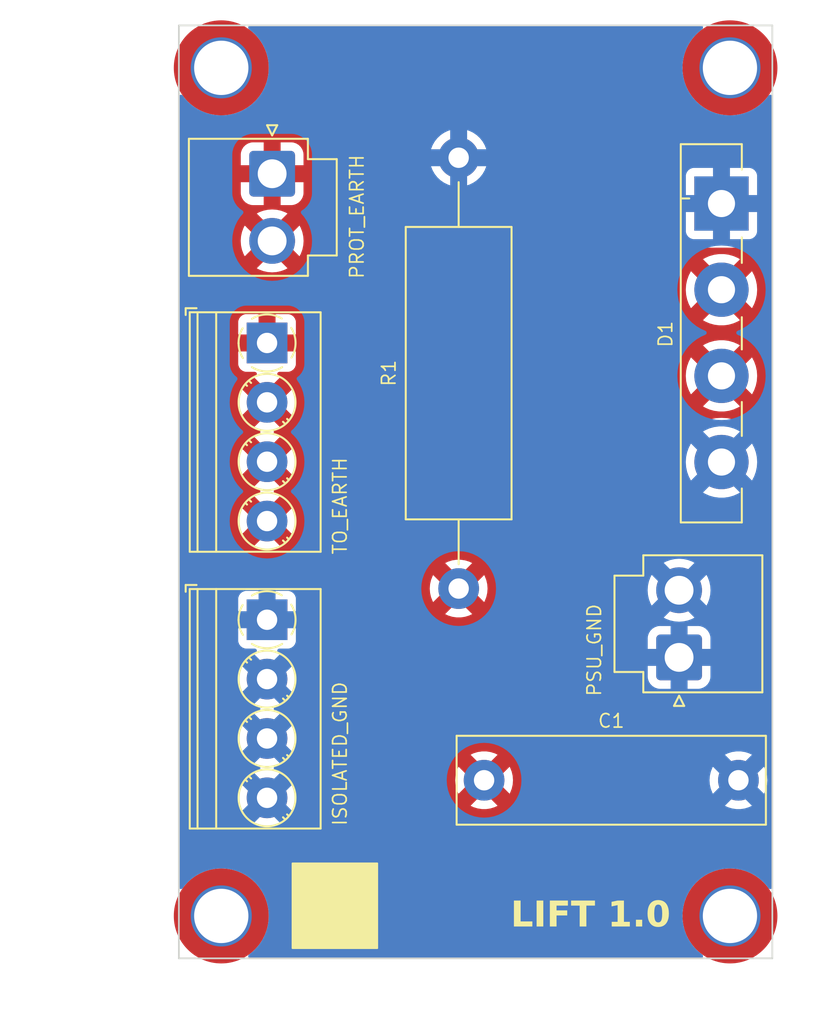
<source format=kicad_pcb>
(kicad_pcb (version 20240108) (generator "pcbnew") (generator_version "8.0")
  (layers (0 "F.Cu" signal) (31 "B.Cu" signal) (34 "B.Paste" user) (35 "F.Paste" user) (36 "B.SilkS" user "B.Silkscreen") (37 "F.SilkS" user "F.Silkscreen") (38 "B.Mask" user) (39 "F.Mask" user) (44 "Edge.Cuts" user))
  (net 0 "")
  (net 1 "EARTH")
  (net 2 "GND")
  (footprint "MountingHole:MountingHole_3.2mm_M3_DIN965_Pad_TopOnly" (layer "F.Cu") (at 160.5 106.5)
    (property "Reference" "H4" (hide yes))
    (property "Value" "MountingHole")
    (pad "1" thru_hole circle (at 0 0) (size 3.6 3.6) (drill 3.2) (layers "*.Cu" "*.Mask"))
    (pad "1" connect circle (at 0 0) (size 5.6 5.6) (layers "F.Cu" "F.Mask"))
  )
  (footprint "TerminalBlock_Phoenix:TerminalBlock_Phoenix_PT-1,5-4-3.5-H_1x04_P3.50mm_Horizontal" (layer "F.Cu") (at 133.2 89.0375 -90)
    (property "Reference" "J4" (hide yes))
    (property "Value" "Conn_01x04_Pin")
    (fp_line (start -2.05 4.8) (end -1.65 4.8) (stroke (width 0.12)) (layer "F.SilkS"))
    (fp_line (start -1.81 4.56) (end 12.31 4.56) (stroke (width 0.12)) (layer "F.SilkS"))
    (fp_line (start -2.05 4.16) (end -2.05 4.8) (stroke (width 0.12)) (layer "F.SilkS"))
    (fp_line (start -1.81 4.1) (end 12.31 4.1) (stroke (width 0.12)) (layer "F.SilkS"))
    (fp_line (start -1.81 3) (end 12.31 3) (stroke (width 0.12)) (layer "F.SilkS"))
    (fp_line (start 2.525 1.181) (end 2.431 1.274) (stroke (width 0.12)) (layer "F.SilkS"))
    (fp_line (start 6.025 1.181) (end 5.931 1.274) (stroke (width 0.12)) (layer "F.SilkS"))
    (fp_line (start 9.525 1.181) (end 9.431 1.274) (stroke (width 0.12)) (layer "F.SilkS"))
    (fp_line (start 2.355 0.941) (end 2.226 1.069) (stroke (width 0.12)) (layer "F.SilkS"))
    (fp_line (start 5.855 0.941) (end 5.726 1.069) (stroke (width 0.12)) (layer "F.SilkS"))
    (fp_line (start 9.355 0.941) (end 9.226 1.069) (stroke (width 0.12)) (layer "F.SilkS"))
    (fp_line (start 4.775 -1.069) (end 4.646 -0.941) (stroke (width 0.12)) (layer "F.SilkS"))
    (fp_line (start 8.275 -1.069) (end 8.146 -0.941) (stroke (width 0.12)) (layer "F.SilkS"))
    (fp_line (start 11.775 -1.069) (end 11.646 -0.941) (stroke (width 0.12)) (layer "F.SilkS"))
    (fp_line (start 4.57 -1.275) (end 4.476 -1.181) (stroke (width 0.12)) (layer "F.SilkS"))
    (fp_line (start 8.07 -1.275) (end 7.976 -1.181) (stroke (width 0.12)) (layer "F.SilkS"))
    (fp_line (start 11.57 -1.275) (end 11.476 -1.181) (stroke (width 0.12)) (layer "F.SilkS"))
    (fp_line (start -1.81 -3.16) (end -1.81 4.56) (stroke (width 0.12)) (layer "F.SilkS"))
    (fp_line (start -1.81 -3.16) (end 12.31 -3.16) (stroke (width 0.12)) (layer "F.SilkS"))
    (fp_line (start 12.31 -3.16) (end 12.31 4.56) (stroke (width 0.12)) (layer "F.SilkS"))
    (fp_arc (start 0.028674 1.680099) (mid -0.435535 1.622918) (end -0.866 1.44) (stroke (width 0.12)) (layer "F.SilkS"))
    (fp_arc (start 0.890264 1.424721) (mid 0.463071 1.61492) (end 0 1.68) (stroke (width 0.12)) (layer "F.SilkS"))
    (fp_arc (start -1.425358 0.889894) (mid -1.680286 0.014012) (end -1.44 -0.866) (stroke (width 0.12)) (layer "F.SilkS"))
    (fp_arc (start 1.425504 -0.890193) (mid 1.680626 0.000476) (end 1.425 0.891) (stroke (width 0.12)) (layer "F.SilkS"))
    (fp_arc (start -0.889894 -1.425358) (mid -0.014012 -1.680286) (end 0.866 -1.44) (stroke (width 0.12)) (layer "F.SilkS"))
    (fp_circle (center 3.5 0) (end 5.18 0) (stroke (width 0.12)) (fill none) (layer "F.SilkS"))
    (fp_circle (center 7 0) (end 8.68 0) (stroke (width 0.12)) (fill none) (layer "F.SilkS"))
    (fp_circle (center 10.5 0) (end 12.18 0) (stroke (width 0.12)) (fill none) (layer "F.SilkS"))
    (pad "1" thru_hole rect (at 0 0 270) (size 2.4 2.4) (drill 1.2) (layers "*.Cu" "*.Mask") (net 2 "GND"))
    (pad "2" thru_hole circle (at 3.5 0 270) (size 2.4 2.4) (drill 1.2) (layers "*.Cu" "*.Mask") (net 2 "GND"))
    (pad "3" thru_hole circle (at 7 0 270) (size 2.4 2.4) (drill 1.2) (layers "*.Cu" "*.Mask") (net 2 "GND"))
    (pad "4" thru_hole circle (at 10.5 0 270) (size 2.4 2.4) (drill 1.2) (layers "*.Cu" "*.Mask") (net 2 "GND"))
  )
  (footprint "Resistor_THT:R_Axial_DIN0617_L17.0mm_D6.0mm_P25.40mm_Horizontal" (layer "F.Cu") (at 144.5 87.2 90)
    (property "Reference" "R1" (at 12.7 -4.12 90) (layer "F.SilkS") (effects (font (size 0.8 0.8) (thickness 0.1))))
    (property "Value" "10R 5W")
    (fp_line (start 21.32 -3.12) (end 4.08 -3.12) (stroke (width 0.12)) (layer "F.SilkS"))
    (fp_line (start 4.08 -3.12) (end 4.08 3.12) (stroke (width 0.12)) (layer "F.SilkS"))
    (fp_line (start 23.96 0) (end 21.32 0) (stroke (width 0.12)) (layer "F.SilkS"))
    (fp_line (start 1.44 0) (end 4.08 0) (stroke (width 0.12)) (layer "F.SilkS"))
    (fp_line (start 21.32 3.12) (end 21.32 -3.12) (stroke (width 0.12)) (layer "F.SilkS"))
    (fp_line (start 4.08 3.12) (end 21.32 3.12) (stroke (width 0.12)) (layer "F.SilkS"))
    (pad "1" thru_hole circle (at 0 0 90) (size 2.4 2.4) (drill 1.2) (layers "*.Cu" "*.Mask") (net 1 "EARTH"))
    (pad "2" thru_hole oval (at 25.4 0 90) (size 2.4 2.4) (drill 1.2) (layers "*.Cu" "*.Mask") (net 2 "GND"))
  )
  (footprint "TerminalBlock_Phoenix:TerminalBlock_Phoenix_PT-1,5-4-3.5-H_1x04_P3.50mm_Horizontal" (layer "F.Cu") (at 133.2 72.72 -90)
    (property "Reference" "J3" (hide yes))
    (property "Value" "Conn_01x04_Pin")
    (fp_line (start -2.05 4.8) (end -1.65 4.8) (stroke (width 0.12)) (layer "F.SilkS"))
    (fp_line (start -1.81 4.56) (end 12.31 4.56) (stroke (width 0.12)) (layer "F.SilkS"))
    (fp_line (start -2.05 4.16) (end -2.05 4.8) (stroke (width 0.12)) (layer "F.SilkS"))
    (fp_line (start -1.81 4.1) (end 12.31 4.1) (stroke (width 0.12)) (layer "F.SilkS"))
    (fp_line (start -1.81 3) (end 12.31 3) (stroke (width 0.12)) (layer "F.SilkS"))
    (fp_line (start 2.525 1.181) (end 2.431 1.274) (stroke (width 0.12)) (layer "F.SilkS"))
    (fp_line (start 6.025 1.181) (end 5.931 1.274) (stroke (width 0.12)) (layer "F.SilkS"))
    (fp_line (start 9.525 1.181) (end 9.431 1.274) (stroke (width 0.12)) (layer "F.SilkS"))
    (fp_line (start 2.355 0.941) (end 2.226 1.069) (stroke (width 0.12)) (layer "F.SilkS"))
    (fp_line (start 5.855 0.941) (end 5.726 1.069) (stroke (width 0.12)) (layer "F.SilkS"))
    (fp_line (start 9.355 0.941) (end 9.226 1.069) (stroke (width 0.12)) (layer "F.SilkS"))
    (fp_line (start 4.775 -1.069) (end 4.646 -0.941) (stroke (width 0.12)) (layer "F.SilkS"))
    (fp_line (start 8.275 -1.069) (end 8.146 -0.941) (stroke (width 0.12)) (layer "F.SilkS"))
    (fp_line (start 11.775 -1.069) (end 11.646 -0.941) (stroke (width 0.12)) (layer "F.SilkS"))
    (fp_line (start 4.57 -1.275) (end 4.476 -1.181) (stroke (width 0.12)) (layer "F.SilkS"))
    (fp_line (start 8.07 -1.275) (end 7.976 -1.181) (stroke (width 0.12)) (layer "F.SilkS"))
    (fp_line (start 11.57 -1.275) (end 11.476 -1.181) (stroke (width 0.12)) (layer "F.SilkS"))
    (fp_line (start -1.81 -3.16) (end -1.81 4.56) (stroke (width 0.12)) (layer "F.SilkS"))
    (fp_line (start -1.81 -3.16) (end 12.31 -3.16) (stroke (width 0.12)) (layer "F.SilkS"))
    (fp_line (start 12.31 -3.16) (end 12.31 4.56) (stroke (width 0.12)) (layer "F.SilkS"))
    (fp_arc (start 0.028674 1.680099) (mid -0.435535 1.622918) (end -0.866 1.44) (stroke (width 0.12)) (layer "F.SilkS"))
    (fp_arc (start 0.890264 1.424721) (mid 0.463071 1.61492) (end 0 1.68) (stroke (width 0.12)) (layer "F.SilkS"))
    (fp_arc (start -1.425358 0.889894) (mid -1.680286 0.014012) (end -1.44 -0.866) (stroke (width 0.12)) (layer "F.SilkS"))
    (fp_arc (start 1.425504 -0.890193) (mid 1.680626 0.000476) (end 1.425 0.891) (stroke (width 0.12)) (layer "F.SilkS"))
    (fp_arc (start -0.889894 -1.425358) (mid -0.014012 -1.680286) (end 0.866 -1.44) (stroke (width 0.12)) (layer "F.SilkS"))
    (fp_circle (center 3.5 0) (end 5.18 0) (stroke (width 0.12)) (fill none) (layer "F.SilkS"))
    (fp_circle (center 7 0) (end 8.68 0) (stroke (width 0.12)) (fill none) (layer "F.SilkS"))
    (fp_circle (center 10.5 0) (end 12.18 0) (stroke (width 0.12)) (fill none) (layer "F.SilkS"))
    (pad "1" thru_hole rect (at 0 0 270) (size 2.4 2.4) (drill 1.2) (layers "*.Cu" "*.Mask") (net 1 "EARTH"))
    (pad "2" thru_hole circle (at 3.5 0 270) (size 2.4 2.4) (drill 1.2) (layers "*.Cu" "*.Mask") (net 1 "EARTH"))
    (pad "3" thru_hole circle (at 7 0 270) (size 2.4 2.4) (drill 1.2) (layers "*.Cu" "*.Mask") (net 1 "EARTH"))
    (pad "4" thru_hole circle (at 10.5 0 270) (size 2.4 2.4) (drill 1.2) (layers "*.Cu" "*.Mask") (net 1 "EARTH"))
  )
  (footprint "Connector_JST:JST_VH_B2P-VH-B_1x02_P3.96mm_Vertical" (layer "F.Cu") (at 133.5 62.7425 -90)
    (property "Reference" "J1" (hide yes))
    (property "Value" "Conn_01x02_Male")
    (fp_line (start -2.06 4.91) (end -2.06 -2.11) (stroke (width 0.12)) (layer "F.SilkS"))
    (fp_line (start 6.02 4.91) (end -2.06 4.91) (stroke (width 0.12)) (layer "F.SilkS"))
    (fp_line (start -2.86 0.3) (end -2.86 -0.3) (stroke (width 0.12)) (layer "F.SilkS"))
    (fp_line (start -2.26 0) (end -2.86 0.3) (stroke (width 0.12)) (layer "F.SilkS"))
    (fp_line (start -2.86 -0.3) (end -2.26 0) (stroke (width 0.12)) (layer "F.SilkS"))
    (fp_line (start -2.06 -2.11) (end -0.86 -2.11) (stroke (width 0.12)) (layer "F.SilkS"))
    (fp_line (start -0.86 -2.11) (end -0.86 -3.81) (stroke (width 0.12)) (layer "F.SilkS"))
    (fp_line (start 4.82 -2.11) (end 6.02 -2.11) (stroke (width 0.12)) (layer "F.SilkS"))
    (fp_line (start 6.02 -2.11) (end 6.02 4.91) (stroke (width 0.12)) (layer "F.SilkS"))
    (fp_line (start -0.86 -3.81) (end 4.82 -3.81) (stroke (width 0.12)) (layer "F.SilkS"))
    (fp_line (start 4.82 -3.81) (end 4.82 -2.11) (stroke (width 0.12)) (layer "F.SilkS"))
    (pad "1" thru_hole roundrect (at 0 0 270) (size 2.7 2.7) (drill 1.7) (layers "*.Cu" "*.Mask") (roundrect_rratio 0.09259296296) (net 1 "EARTH"))
    (pad "2" thru_hole circle (at 3.96 0 270) (size 2.7 2.7) (drill 1.7) (layers "*.Cu" "*.Mask") (net 1 "EARTH"))
  )
  (footprint "MountingHole:MountingHole_3.2mm_M3_DIN965_Pad_TopOnly" (layer "F.Cu") (at 130.5 56.5)
    (property "Reference" "H1" (hide yes))
    (property "Value" "MountingHole")
    (pad "1" thru_hole circle (at 0 0) (size 3.6 3.6) (drill 3.2) (layers "*.Cu" "*.Mask"))
    (pad "1" connect circle (at 0 0) (size 5.6 5.6) (layers "F.Cu" "F.Mask"))
  )
  (footprint "Diode_THT:Diode_Bridge_Vishay_GBU" (layer "F.Cu") (at 160 64.5 -90)
    (property "Reference" "D1" (at 7.7 3.3 90) (layer "F.SilkS") (effects (font (size 0.8 0.8) (thickness 0.1))))
    (property "Value" "833-GBU3510-BP")
    (fp_line (start -3.5 2.4) (end -3.5 -1.2) (stroke (width 0.12)) (layer "F.SilkS"))
    (fp_line (start -0.3 2.4) (end -0.3 1.9) (stroke (width 0.12)) (layer "F.SilkS"))
    (fp_line (start 18.8 2.4) (end -3.5 2.4) (stroke (width 0.12)) (layer "F.SilkS"))
    (fp_line (start -3.5 -1.2) (end -2 -1.2) (stroke (width 0.12)) (layer "F.SilkS"))
    (fp_line (start 2 -1.2) (end 3.5 -1.2) (stroke (width 0.12)) (layer "F.SilkS"))
    (fp_line (start 6.7 -1.2) (end 8.6 -1.2) (stroke (width 0.12)) (layer "F.SilkS"))
    (fp_line (start 11.7 -1.2) (end 13.7 -1.2) (stroke (width 0.12)) (layer "F.SilkS"))
    (fp_line (start 16.8 -1.2) (end 18.8 -1.2) (stroke (width 0.12)) (layer "F.SilkS"))
    (fp_line (start 18.8 -1.2) (end 18.8 2.4) (stroke (width 0.12)) (layer "F.SilkS"))
    (pad "1" thru_hole rect (at 0 0 270) (size 3.2 3.2) (drill 1.6) (layers "*.Cu" "*.Mask") (net 2 "GND"))
    (pad "2" thru_hole circle (at 5.08 0 270) (size 3.2 3.2) (drill 1.6) (layers "*.Cu" "*.Mask") (net 1 "EARTH"))
    (pad "3" thru_hole circle (at 10.16 0 270) (size 3.2 3.2) (drill 1.6) (layers "*.Cu" "*.Mask") (net 1 "EARTH"))
    (pad "4" thru_hole circle (at 15.24 0 270) (size 3.2 3.2) (drill 1.6) (layers "*.Cu" "*.Mask") (net 2 "GND"))
  )
  (footprint "Capacitor_THT:C_Rect_L18.0mm_W5.0mm_P15.00mm_FKS3_FKP3" (layer "F.Cu") (at 146 98.5)
    (property "Reference" "C1" (at 7.5 -3.5 0) (layer "F.SilkS") (effects (font (size 0.8 0.8) (thickness 0.1))))
    (property "Value" "100n X2 250V")
    (fp_line (start -1.62 -2.62) (end -1.62 2.62) (stroke (width 0.12)) (layer "F.SilkS"))
    (fp_line (start -1.62 -2.62) (end 16.62 -2.62) (stroke (width 0.12)) (layer "F.SilkS"))
    (fp_line (start -1.62 2.62) (end 16.62 2.62) (stroke (width 0.12)) (layer "F.SilkS"))
    (fp_line (start 16.62 -2.62) (end 16.62 2.62) (stroke (width 0.12)) (layer "F.SilkS"))
    (pad "1" thru_hole circle (at 0 0) (size 2.4 2.4) (drill 1.2) (layers "*.Cu" "*.Mask") (net 1 "EARTH"))
    (pad "2" thru_hole circle (at 15 0) (size 2.4 2.4) (drill 1.2) (layers "*.Cu" "*.Mask") (net 2 "GND"))
  )
  (footprint "MountingHole:MountingHole_3.2mm_M3_DIN965_Pad_TopOnly" (layer "F.Cu") (at 130.5 106.5)
    (property "Reference" "H3" (hide yes))
    (property "Value" "MountingHole")
    (pad "1" thru_hole circle (at 0 0) (size 3.6 3.6) (drill 3.2) (layers "*.Cu" "*.Mask"))
    (pad "1" connect circle (at 0 0) (size 5.6 5.6) (layers "F.Cu" "F.Mask"))
  )
  (footprint "MountingHole:MountingHole_3.2mm_M3_DIN965_Pad_TopOnly" (layer "F.Cu") (at 160.5 56.5)
    (property "Reference" "H2" (hide yes))
    (property "Value" "MountingHole")
    (pad "1" thru_hole circle (at 0 0) (size 3.6 3.6) (drill 3.2) (layers "*.Cu" "*.Mask"))
    (pad "1" connect circle (at 0 0) (size 5.6 5.6) (layers "F.Cu" "F.Mask"))
  )
  (footprint "Connector_JST:JST_VH_B2P-VH-B_1x02_P3.96mm_Vertical" (layer "F.Cu") (at 157.5 91.2575 90)
    (property "Reference" "J2" (hide yes))
    (property "Value" "Conn_01x02_Male")
    (fp_line (start 4.82 -3.81) (end 4.82 -2.11) (stroke (width 0.12)) (layer "F.SilkS"))
    (fp_line (start -0.86 -3.81) (end 4.82 -3.81) (stroke (width 0.12)) (layer "F.SilkS"))
    (fp_line (start 6.02 -2.11) (end 6.02 4.91) (stroke (width 0.12)) (layer "F.SilkS"))
    (fp_line (start 4.82 -2.11) (end 6.02 -2.11) (stroke (width 0.12)) (layer "F.SilkS"))
    (fp_line (start -0.86 -2.11) (end -0.86 -3.81) (stroke (width 0.12)) (layer "F.SilkS"))
    (fp_line (start -2.06 -2.11) (end -0.86 -2.11) (stroke (width 0.12)) (layer "F.SilkS"))
    (fp_line (start -2.86 -0.3) (end -2.26 0) (stroke (width 0.12)) (layer "F.SilkS"))
    (fp_line (start -2.26 0) (end -2.86 0.3) (stroke (width 0.12)) (layer "F.SilkS"))
    (fp_line (start -2.86 0.3) (end -2.86 -0.3) (stroke (width 0.12)) (layer "F.SilkS"))
    (fp_line (start 6.02 4.91) (end -2.06 4.91) (stroke (width 0.12)) (layer "F.SilkS"))
    (fp_line (start -2.06 4.91) (end -2.06 -2.11) (stroke (width 0.12)) (layer "F.SilkS"))
    (pad "1" thru_hole roundrect (at 0 0 90) (size 2.7 2.7) (drill 1.7) (layers "*.Cu" "*.Mask") (roundrect_rratio 0.092593) (net 2 "GND"))
    (pad "2" thru_hole circle (at 3.96 0 90) (size 2.7 2.7) (drill 1.7) (layers "*.Cu" "*.Mask") (net 2 "GND"))
  )
  (gr_rect (start 134.7 103.4) (end 139.7 108.4) (stroke (width 0.1)) (fill solid) (layer "F.SilkS"))
  (gr_line (start 163 54) (end 128 54) (stroke (width 0.1)) (layer "Edge.Cuts"))
  (gr_line (start 128 109) (end 128 54) (stroke (width 0.1)) (layer "Edge.Cuts"))
  (gr_line (start 163 109) (end 128 109) (stroke (width 0.1)) (layer "Edge.Cuts"))
  (gr_line (start 163 54) (end 163 109) (stroke (width 0.1)) (layer "Edge.Cuts"))
  (gr_text "TO_EARTH" (at 137.5 85.25 90) (layer "F.SilkS") (effects (font (size 0.8 0.8) (thickness 0.1)) (justify left)))
  (gr_text "ISOLATED_GND" (at 137.5 101.25 90) (layer "F.SilkS") (effects (font (size 0.8 0.8) (thickness 0.1)) (justify left)))
  (gr_text "PROT_EARTH" (at 138.5 69 90) (layer "F.SilkS") (effects (font (size 0.8 0.8) (thickness 0.1)) (justify left)))
  (gr_text "PSU_GND" (at 152.5 93.615 90) (layer "F.SilkS") (effects (font (size 0.8 0.8) (thickness 0.1)) (justify left)))
  (gr_text "LIFT 1.0" (at 157 106.5 0) (layer "F.SilkS") (effects (font (size 1.5 1.5) (thickness 0.16) (bold yes)) (justify right)))
  (zone (net 1) (net_name "EARTH") (layer "F.Cu") (connect_pads (clearance 1)) (min_thickness 0.25) (fill yes (thermal_gap 0.5) (thermal_bridge_width 1) (smoothing fillet) (radius 1))
    (polygon (pts (xy 164.6 112.4) (xy 164.6 109.9) (xy 126.6 109.9) (xy 126.6 112.8) (xy 126.9 112.8) (xy 126.9 60.6) (xy 126.9 53) (xy 164 53) (xy 164 60.4) (xy 163.9 60.4) (xy 163.9 112.4)))
  )
  (zone (net 2) (net_name "GND") (layer "B.Cu") (connect_pads (clearance 1)) (min_thickness 0.25) (fill yes (thermal_gap 0.5) (thermal_bridge_width 1) (smoothing fillet) (radius 1))
    (polygon (pts (xy 164.1 111.9) (xy 164.1 109.9) (xy 126.1 109.9) (xy 126.1 112.9) (xy 126.9 112.9) (xy 126.9 60.1) (xy 126.9 52.5) (xy 164 52.5) (xy 164 59.9) (xy 163.9 59.9) (xy 163.9 111.9)))
  )
)
</source>
